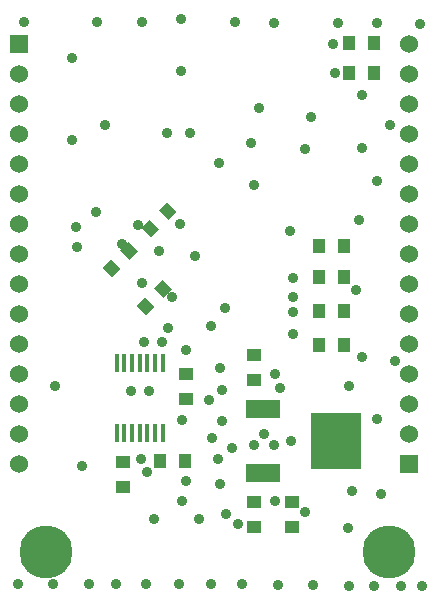
<source format=gbs>
G04 (created by PCBNEW (2013-07-07 BZR 4022)-stable) date 2015/10/29 19:57:24*
%MOIN*%
G04 Gerber Fmt 3.4, Leading zero omitted, Abs format*
%FSLAX34Y34*%
G01*
G70*
G90*
G04 APERTURE LIST*
%ADD10C,0.00590551*%
%ADD11R,0.11811X0.0629921*%
%ADD12R,0.165X0.19*%
%ADD13R,0.06X0.06*%
%ADD14C,0.06*%
%ADD15R,0.0393701X0.045*%
%ADD16R,0.045X0.0393701*%
%ADD17C,0.177165*%
%ADD18R,0.0165X0.0629921*%
%ADD19C,0.035*%
G04 APERTURE END LIST*
G54D10*
G54D11*
X26125Y-27277D03*
X26125Y-25162D03*
G54D12*
X28541Y-26220D03*
G54D13*
X31000Y-27000D03*
G54D14*
X31000Y-26000D03*
X31000Y-25000D03*
X31000Y-24000D03*
X31000Y-23000D03*
X31000Y-22000D03*
X31000Y-21000D03*
X31000Y-20000D03*
X31000Y-19000D03*
X31000Y-18000D03*
X31000Y-17000D03*
X31000Y-16000D03*
X31000Y-15000D03*
X31000Y-14000D03*
X31000Y-13000D03*
G54D13*
X18000Y-13000D03*
G54D14*
X18000Y-14000D03*
X18000Y-15000D03*
X18000Y-16000D03*
X18000Y-17000D03*
X18000Y-18000D03*
X18000Y-19000D03*
X18000Y-20000D03*
X18000Y-21000D03*
X18000Y-22000D03*
X18000Y-23000D03*
X18000Y-24000D03*
X18000Y-25000D03*
X18000Y-26000D03*
X18000Y-27000D03*
G54D15*
X29803Y-13937D03*
X28976Y-13937D03*
X28818Y-20748D03*
X27992Y-20748D03*
X29803Y-12952D03*
X28976Y-12952D03*
X23503Y-26889D03*
X22677Y-26889D03*
G54D16*
X23543Y-23976D03*
X23543Y-24803D03*
X27086Y-28267D03*
X27086Y-29094D03*
G54D15*
X28818Y-19724D03*
X27992Y-19724D03*
X28818Y-21889D03*
X27992Y-21889D03*
X28818Y-23031D03*
X27992Y-23031D03*
G54D16*
X21456Y-27755D03*
X21456Y-26929D03*
G54D10*
G36*
X22778Y-20840D02*
X23096Y-21158D01*
X22817Y-21437D01*
X22499Y-21119D01*
X22778Y-20840D01*
X22778Y-20840D01*
G37*
G36*
X22193Y-21425D02*
X22511Y-21743D01*
X22233Y-22021D01*
X21915Y-21703D01*
X22193Y-21425D01*
X22193Y-21425D01*
G37*
G36*
X22379Y-19434D02*
X22061Y-19116D01*
X22339Y-18838D01*
X22657Y-19156D01*
X22379Y-19434D01*
X22379Y-19434D01*
G37*
G36*
X22963Y-18850D02*
X22645Y-18532D01*
X22924Y-18253D01*
X23242Y-18571D01*
X22963Y-18850D01*
X22963Y-18850D01*
G37*
G36*
X21636Y-19580D02*
X21954Y-19898D01*
X21676Y-20177D01*
X21358Y-19859D01*
X21636Y-19580D01*
X21636Y-19580D01*
G37*
G36*
X21051Y-20165D02*
X21370Y-20483D01*
X21091Y-20762D01*
X20773Y-20443D01*
X21051Y-20165D01*
X21051Y-20165D01*
G37*
G54D16*
X25826Y-24173D03*
X25826Y-23346D03*
X25826Y-28267D03*
X25826Y-29094D03*
G54D17*
X30314Y-29921D03*
X18897Y-29921D03*
G54D18*
X22007Y-25944D03*
X21751Y-25944D03*
X21495Y-25944D03*
X21239Y-25944D03*
X21239Y-23622D03*
X22775Y-25944D03*
X22519Y-25944D03*
X22263Y-25944D03*
X21495Y-23622D03*
X21751Y-23622D03*
X22007Y-23622D03*
X22263Y-23622D03*
X22519Y-23622D03*
X22775Y-23622D03*
G54D19*
X23976Y-28818D03*
X25275Y-28976D03*
X22480Y-28818D03*
X30511Y-23543D03*
X29409Y-23425D03*
X30039Y-27992D03*
X27519Y-28582D03*
X24763Y-24527D03*
X24763Y-25551D03*
X25078Y-26456D03*
X26535Y-28228D03*
X23543Y-27559D03*
X22952Y-22440D03*
X22165Y-22913D03*
X23070Y-21417D03*
X23543Y-23188D03*
X23858Y-20039D03*
X22637Y-19881D03*
X27716Y-15433D03*
X30354Y-15669D03*
X24645Y-16968D03*
X25708Y-16299D03*
X21417Y-19645D03*
X21968Y-19015D03*
X29330Y-18858D03*
X24370Y-22401D03*
X29921Y-17559D03*
X24842Y-21771D03*
X22322Y-24566D03*
X21732Y-24566D03*
X19763Y-13464D03*
X19763Y-16181D03*
X24685Y-27637D03*
X28937Y-29133D03*
X24409Y-26102D03*
X29921Y-25472D03*
X29409Y-14685D03*
X29409Y-16456D03*
X19173Y-24370D03*
X24881Y-28661D03*
X23425Y-28228D03*
X31417Y-31062D03*
X30708Y-31062D03*
X29803Y-31062D03*
X17952Y-30984D03*
X19133Y-30984D03*
X31338Y-12322D03*
X29921Y-12283D03*
X28622Y-12283D03*
X26496Y-12283D03*
X25196Y-12244D03*
X23385Y-12165D03*
X23385Y-13897D03*
X18149Y-12244D03*
X20590Y-12244D03*
X22086Y-12244D03*
X28976Y-31062D03*
X27795Y-31023D03*
X26614Y-31023D03*
X25433Y-30984D03*
X24370Y-30984D03*
X23307Y-30984D03*
X22204Y-30984D03*
X21220Y-30984D03*
X20314Y-30984D03*
X20078Y-27047D03*
X28976Y-24370D03*
X29212Y-21181D03*
X26496Y-26338D03*
X25826Y-26338D03*
X24606Y-26811D03*
X25984Y-15118D03*
X20866Y-15669D03*
X29094Y-27874D03*
X27519Y-16496D03*
X25826Y-17677D03*
X19921Y-19763D03*
X23425Y-25511D03*
X22244Y-27244D03*
X24685Y-23779D03*
X24330Y-24842D03*
X22086Y-20944D03*
X23346Y-18976D03*
X22047Y-26811D03*
X22755Y-22913D03*
X27007Y-19212D03*
X28503Y-13937D03*
X28464Y-12992D03*
X26692Y-24448D03*
X27125Y-21417D03*
X26141Y-25984D03*
X27125Y-21929D03*
X27047Y-26220D03*
X27125Y-22637D03*
X20551Y-18582D03*
X23700Y-15944D03*
X22913Y-15944D03*
X19881Y-19094D03*
X26535Y-23976D03*
X27125Y-20787D03*
M02*

</source>
